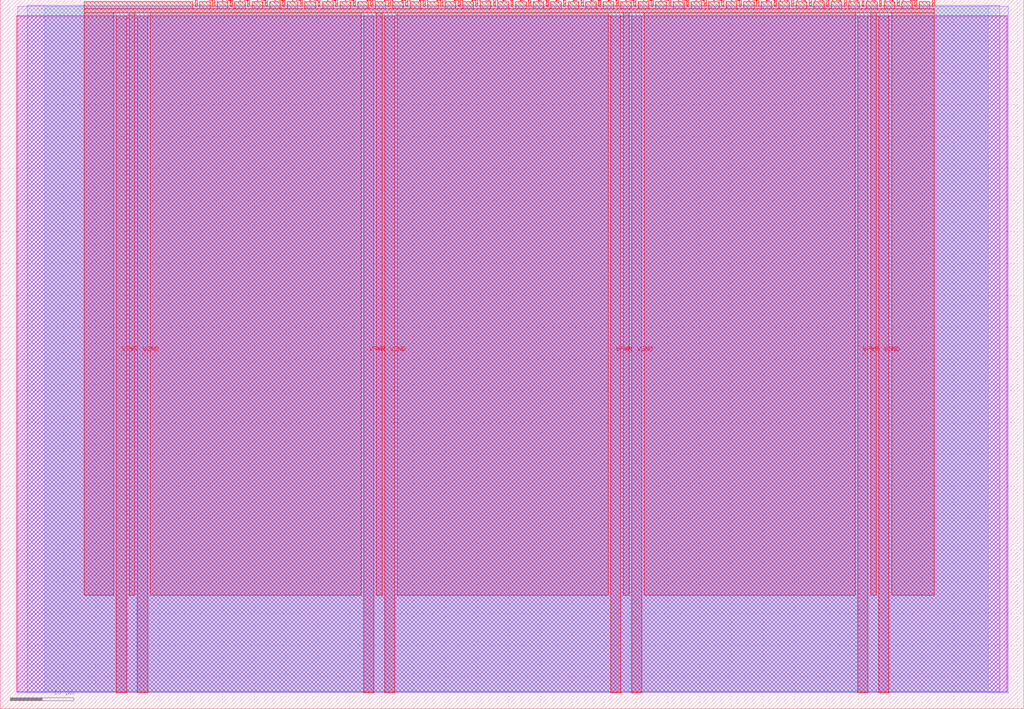
<source format=lef>
VERSION 5.7 ;
  NOWIREEXTENSIONATPIN ON ;
  DIVIDERCHAR "/" ;
  BUSBITCHARS "[]" ;
MACRO tt_um_nvious_graphics
  CLASS BLOCK ;
  FOREIGN tt_um_nvious_graphics ;
  ORIGIN 0.000 0.000 ;
  SIZE 161.000 BY 111.520 ;
  PIN VGND
    DIRECTION INOUT ;
    USE GROUND ;
    PORT
      LAYER met4 ;
        RECT 21.580 2.480 23.180 109.040 ;
    END
    PORT
      LAYER met4 ;
        RECT 60.450 2.480 62.050 109.040 ;
    END
    PORT
      LAYER met4 ;
        RECT 99.320 2.480 100.920 109.040 ;
    END
    PORT
      LAYER met4 ;
        RECT 138.190 2.480 139.790 109.040 ;
    END
  END VGND
  PIN VPWR
    DIRECTION INOUT ;
    USE POWER ;
    PORT
      LAYER met4 ;
        RECT 18.280 2.480 19.880 109.040 ;
    END
    PORT
      LAYER met4 ;
        RECT 57.150 2.480 58.750 109.040 ;
    END
    PORT
      LAYER met4 ;
        RECT 96.020 2.480 97.620 109.040 ;
    END
    PORT
      LAYER met4 ;
        RECT 134.890 2.480 136.490 109.040 ;
    END
  END VPWR
  PIN clk
    DIRECTION INPUT ;
    USE SIGNAL ;
    ANTENNAGATEAREA 0.852000 ;
    PORT
      LAYER met4 ;
        RECT 143.830 110.520 144.130 111.520 ;
    END
  END clk
  PIN ena
    DIRECTION INPUT ;
    USE SIGNAL ;
    PORT
      LAYER met4 ;
        RECT 146.590 110.520 146.890 111.520 ;
    END
  END ena
  PIN rst_n
    DIRECTION INPUT ;
    USE SIGNAL ;
    ANTENNAGATEAREA 0.196500 ;
    PORT
      LAYER met4 ;
        RECT 141.070 110.520 141.370 111.520 ;
    END
  END rst_n
  PIN ui_in[0]
    DIRECTION INPUT ;
    USE SIGNAL ;
    ANTENNAGATEAREA 0.196500 ;
    PORT
      LAYER met4 ;
        RECT 138.310 110.520 138.610 111.520 ;
    END
  END ui_in[0]
  PIN ui_in[1]
    DIRECTION INPUT ;
    USE SIGNAL ;
    ANTENNAGATEAREA 0.196500 ;
    PORT
      LAYER met4 ;
        RECT 135.550 110.520 135.850 111.520 ;
    END
  END ui_in[1]
  PIN ui_in[2]
    DIRECTION INPUT ;
    USE SIGNAL ;
    ANTENNAGATEAREA 0.196500 ;
    PORT
      LAYER met4 ;
        RECT 132.790 110.520 133.090 111.520 ;
    END
  END ui_in[2]
  PIN ui_in[3]
    DIRECTION INPUT ;
    USE SIGNAL ;
    ANTENNAGATEAREA 0.196500 ;
    PORT
      LAYER met4 ;
        RECT 130.030 110.520 130.330 111.520 ;
    END
  END ui_in[3]
  PIN ui_in[4]
    DIRECTION INPUT ;
    USE SIGNAL ;
    ANTENNAGATEAREA 0.196500 ;
    PORT
      LAYER met4 ;
        RECT 127.270 110.520 127.570 111.520 ;
    END
  END ui_in[4]
  PIN ui_in[5]
    DIRECTION INPUT ;
    USE SIGNAL ;
    ANTENNAGATEAREA 0.196500 ;
    PORT
      LAYER met4 ;
        RECT 124.510 110.520 124.810 111.520 ;
    END
  END ui_in[5]
  PIN ui_in[6]
    DIRECTION INPUT ;
    USE SIGNAL ;
    ANTENNAGATEAREA 0.196500 ;
    PORT
      LAYER met4 ;
        RECT 121.750 110.520 122.050 111.520 ;
    END
  END ui_in[6]
  PIN ui_in[7]
    DIRECTION INPUT ;
    USE SIGNAL ;
    ANTENNAGATEAREA 0.196500 ;
    PORT
      LAYER met4 ;
        RECT 118.990 110.520 119.290 111.520 ;
    END
  END ui_in[7]
  PIN uio_in[0]
    DIRECTION INPUT ;
    USE SIGNAL ;
    PORT
      LAYER met4 ;
        RECT 116.230 110.520 116.530 111.520 ;
    END
  END uio_in[0]
  PIN uio_in[1]
    DIRECTION INPUT ;
    USE SIGNAL ;
    PORT
      LAYER met4 ;
        RECT 113.470 110.520 113.770 111.520 ;
    END
  END uio_in[1]
  PIN uio_in[2]
    DIRECTION INPUT ;
    USE SIGNAL ;
    PORT
      LAYER met4 ;
        RECT 110.710 110.520 111.010 111.520 ;
    END
  END uio_in[2]
  PIN uio_in[3]
    DIRECTION INPUT ;
    USE SIGNAL ;
    PORT
      LAYER met4 ;
        RECT 107.950 110.520 108.250 111.520 ;
    END
  END uio_in[3]
  PIN uio_in[4]
    DIRECTION INPUT ;
    USE SIGNAL ;
    PORT
      LAYER met4 ;
        RECT 105.190 110.520 105.490 111.520 ;
    END
  END uio_in[4]
  PIN uio_in[5]
    DIRECTION INPUT ;
    USE SIGNAL ;
    PORT
      LAYER met4 ;
        RECT 102.430 110.520 102.730 111.520 ;
    END
  END uio_in[5]
  PIN uio_in[6]
    DIRECTION INPUT ;
    USE SIGNAL ;
    PORT
      LAYER met4 ;
        RECT 99.670 110.520 99.970 111.520 ;
    END
  END uio_in[6]
  PIN uio_in[7]
    DIRECTION INPUT ;
    USE SIGNAL ;
    PORT
      LAYER met4 ;
        RECT 96.910 110.520 97.210 111.520 ;
    END
  END uio_in[7]
  PIN uio_oe[0]
    DIRECTION OUTPUT ;
    USE SIGNAL ;
    PORT
      LAYER met4 ;
        RECT 49.990 110.520 50.290 111.520 ;
    END
  END uio_oe[0]
  PIN uio_oe[1]
    DIRECTION OUTPUT ;
    USE SIGNAL ;
    PORT
      LAYER met4 ;
        RECT 47.230 110.520 47.530 111.520 ;
    END
  END uio_oe[1]
  PIN uio_oe[2]
    DIRECTION OUTPUT ;
    USE SIGNAL ;
    PORT
      LAYER met4 ;
        RECT 44.470 110.520 44.770 111.520 ;
    END
  END uio_oe[2]
  PIN uio_oe[3]
    DIRECTION OUTPUT ;
    USE SIGNAL ;
    PORT
      LAYER met4 ;
        RECT 41.710 110.520 42.010 111.520 ;
    END
  END uio_oe[3]
  PIN uio_oe[4]
    DIRECTION OUTPUT ;
    USE SIGNAL ;
    PORT
      LAYER met4 ;
        RECT 38.950 110.520 39.250 111.520 ;
    END
  END uio_oe[4]
  PIN uio_oe[5]
    DIRECTION OUTPUT ;
    USE SIGNAL ;
    PORT
      LAYER met4 ;
        RECT 36.190 110.520 36.490 111.520 ;
    END
  END uio_oe[5]
  PIN uio_oe[6]
    DIRECTION OUTPUT ;
    USE SIGNAL ;
    PORT
      LAYER met4 ;
        RECT 33.430 110.520 33.730 111.520 ;
    END
  END uio_oe[6]
  PIN uio_oe[7]
    DIRECTION OUTPUT ;
    USE SIGNAL ;
    PORT
      LAYER met4 ;
        RECT 30.670 110.520 30.970 111.520 ;
    END
  END uio_oe[7]
  PIN uio_out[0]
    DIRECTION OUTPUT ;
    USE SIGNAL ;
    PORT
      LAYER met4 ;
        RECT 72.070 110.520 72.370 111.520 ;
    END
  END uio_out[0]
  PIN uio_out[1]
    DIRECTION OUTPUT ;
    USE SIGNAL ;
    PORT
      LAYER met4 ;
        RECT 69.310 110.520 69.610 111.520 ;
    END
  END uio_out[1]
  PIN uio_out[2]
    DIRECTION OUTPUT ;
    USE SIGNAL ;
    PORT
      LAYER met4 ;
        RECT 66.550 110.520 66.850 111.520 ;
    END
  END uio_out[2]
  PIN uio_out[3]
    DIRECTION OUTPUT ;
    USE SIGNAL ;
    PORT
      LAYER met4 ;
        RECT 63.790 110.520 64.090 111.520 ;
    END
  END uio_out[3]
  PIN uio_out[4]
    DIRECTION OUTPUT ;
    USE SIGNAL ;
    PORT
      LAYER met4 ;
        RECT 61.030 110.520 61.330 111.520 ;
    END
  END uio_out[4]
  PIN uio_out[5]
    DIRECTION OUTPUT ;
    USE SIGNAL ;
    PORT
      LAYER met4 ;
        RECT 58.270 110.520 58.570 111.520 ;
    END
  END uio_out[5]
  PIN uio_out[6]
    DIRECTION OUTPUT ;
    USE SIGNAL ;
    PORT
      LAYER met4 ;
        RECT 55.510 110.520 55.810 111.520 ;
    END
  END uio_out[6]
  PIN uio_out[7]
    DIRECTION OUTPUT ;
    USE SIGNAL ;
    PORT
      LAYER met4 ;
        RECT 52.750 110.520 53.050 111.520 ;
    END
  END uio_out[7]
  PIN uo_out[0]
    DIRECTION OUTPUT ;
    USE SIGNAL ;
    ANTENNADIFFAREA 0.891000 ;
    PORT
      LAYER met4 ;
        RECT 94.150 110.520 94.450 111.520 ;
    END
  END uo_out[0]
  PIN uo_out[1]
    DIRECTION OUTPUT ;
    USE SIGNAL ;
    ANTENNADIFFAREA 0.891000 ;
    PORT
      LAYER met4 ;
        RECT 91.390 110.520 91.690 111.520 ;
    END
  END uo_out[1]
  PIN uo_out[2]
    DIRECTION OUTPUT ;
    USE SIGNAL ;
    ANTENNADIFFAREA 0.891000 ;
    PORT
      LAYER met4 ;
        RECT 88.630 110.520 88.930 111.520 ;
    END
  END uo_out[2]
  PIN uo_out[3]
    DIRECTION OUTPUT ;
    USE SIGNAL ;
    ANTENNADIFFAREA 0.445500 ;
    PORT
      LAYER met4 ;
        RECT 85.870 110.520 86.170 111.520 ;
    END
  END uo_out[3]
  PIN uo_out[4]
    DIRECTION OUTPUT ;
    USE SIGNAL ;
    ANTENNAGATEAREA 0.742500 ;
    ANTENNADIFFAREA 0.891000 ;
    PORT
      LAYER met4 ;
        RECT 83.110 110.520 83.410 111.520 ;
    END
  END uo_out[4]
  PIN uo_out[5]
    DIRECTION OUTPUT ;
    USE SIGNAL ;
    ANTENNADIFFAREA 0.891000 ;
    PORT
      LAYER met4 ;
        RECT 80.350 110.520 80.650 111.520 ;
    END
  END uo_out[5]
  PIN uo_out[6]
    DIRECTION OUTPUT ;
    USE SIGNAL ;
    ANTENNADIFFAREA 1.431000 ;
    PORT
      LAYER met4 ;
        RECT 77.590 110.520 77.890 111.520 ;
    END
  END uo_out[6]
  PIN uo_out[7]
    DIRECTION OUTPUT ;
    USE SIGNAL ;
    ANTENNADIFFAREA 0.795200 ;
    PORT
      LAYER met4 ;
        RECT 74.830 110.520 75.130 111.520 ;
    END
  END uo_out[7]
  OBS
      LAYER nwell ;
        RECT 2.570 2.635 158.430 108.990 ;
      LAYER li1 ;
        RECT 2.760 2.635 158.240 108.885 ;
      LAYER met1 ;
        RECT 2.760 2.480 158.540 110.460 ;
      LAYER met2 ;
        RECT 4.240 2.535 157.220 110.685 ;
      LAYER met3 ;
        RECT 6.965 2.555 155.415 110.665 ;
      LAYER met4 ;
        RECT 13.175 110.120 30.270 111.170 ;
        RECT 31.370 110.120 33.030 111.170 ;
        RECT 34.130 110.120 35.790 111.170 ;
        RECT 36.890 110.120 38.550 111.170 ;
        RECT 39.650 110.120 41.310 111.170 ;
        RECT 42.410 110.120 44.070 111.170 ;
        RECT 45.170 110.120 46.830 111.170 ;
        RECT 47.930 110.120 49.590 111.170 ;
        RECT 50.690 110.120 52.350 111.170 ;
        RECT 53.450 110.120 55.110 111.170 ;
        RECT 56.210 110.120 57.870 111.170 ;
        RECT 58.970 110.120 60.630 111.170 ;
        RECT 61.730 110.120 63.390 111.170 ;
        RECT 64.490 110.120 66.150 111.170 ;
        RECT 67.250 110.120 68.910 111.170 ;
        RECT 70.010 110.120 71.670 111.170 ;
        RECT 72.770 110.120 74.430 111.170 ;
        RECT 75.530 110.120 77.190 111.170 ;
        RECT 78.290 110.120 79.950 111.170 ;
        RECT 81.050 110.120 82.710 111.170 ;
        RECT 83.810 110.120 85.470 111.170 ;
        RECT 86.570 110.120 88.230 111.170 ;
        RECT 89.330 110.120 90.990 111.170 ;
        RECT 92.090 110.120 93.750 111.170 ;
        RECT 94.850 110.120 96.510 111.170 ;
        RECT 97.610 110.120 99.270 111.170 ;
        RECT 100.370 110.120 102.030 111.170 ;
        RECT 103.130 110.120 104.790 111.170 ;
        RECT 105.890 110.120 107.550 111.170 ;
        RECT 108.650 110.120 110.310 111.170 ;
        RECT 111.410 110.120 113.070 111.170 ;
        RECT 114.170 110.120 115.830 111.170 ;
        RECT 116.930 110.120 118.590 111.170 ;
        RECT 119.690 110.120 121.350 111.170 ;
        RECT 122.450 110.120 124.110 111.170 ;
        RECT 125.210 110.120 126.870 111.170 ;
        RECT 127.970 110.120 129.630 111.170 ;
        RECT 130.730 110.120 132.390 111.170 ;
        RECT 133.490 110.120 135.150 111.170 ;
        RECT 136.250 110.120 137.910 111.170 ;
        RECT 139.010 110.120 140.670 111.170 ;
        RECT 141.770 110.120 143.430 111.170 ;
        RECT 144.530 110.120 146.190 111.170 ;
        RECT 13.175 109.440 146.905 110.120 ;
        RECT 13.175 17.855 17.880 109.440 ;
        RECT 20.280 17.855 21.180 109.440 ;
        RECT 23.580 17.855 56.750 109.440 ;
        RECT 59.150 17.855 60.050 109.440 ;
        RECT 62.450 17.855 95.620 109.440 ;
        RECT 98.020 17.855 98.920 109.440 ;
        RECT 101.320 17.855 134.490 109.440 ;
        RECT 136.890 17.855 137.790 109.440 ;
        RECT 140.190 17.855 146.905 109.440 ;
  END
END tt_um_nvious_graphics
END LIBRARY


</source>
